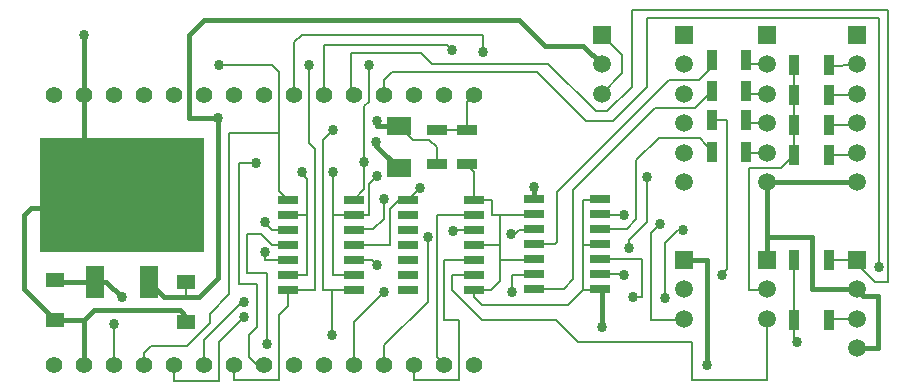
<source format=gbr>
G04 EAGLE Gerber RS-274X export*
G75*
%MOMM*%
%FSLAX34Y34*%
%LPD*%
%INBottom Copper*%
%IPPOS*%
%AMOC8*
5,1,8,0,0,1.08239X$1,22.5*%
G01*
%ADD10C,1.408000*%
%ADD11R,1.700000X0.900000*%
%ADD12R,0.900000X1.700000*%
%ADD13R,1.750000X0.650000*%
%ADD14R,6.300000X6.100000*%
%ADD15R,1.500000X2.800000*%
%ADD16R,13.970000X9.652000*%
%ADD17R,1.600000X1.200000*%
%ADD18C,1.508000*%
%ADD19R,1.508000X1.508000*%
%ADD20R,2.100000X1.500000*%
%ADD21C,0.203200*%
%ADD22C,0.856400*%
%ADD23C,0.406400*%


D10*
X69850Y25400D03*
X95250Y25400D03*
X120650Y25400D03*
X146050Y25400D03*
X171450Y25400D03*
X196850Y25400D03*
X222250Y25400D03*
X247650Y25400D03*
X273050Y25400D03*
X298450Y25400D03*
X323850Y25400D03*
X349250Y25400D03*
X374650Y25400D03*
X400050Y25400D03*
X425450Y25400D03*
X425450Y254000D03*
X400050Y254000D03*
X374650Y254000D03*
X349250Y254000D03*
X323850Y254000D03*
X298450Y254000D03*
X273050Y254000D03*
X247650Y254000D03*
X222250Y254000D03*
X196850Y254000D03*
X171450Y254000D03*
X146050Y254000D03*
X120650Y254000D03*
X95250Y254000D03*
X69850Y254000D03*
D11*
X393700Y224050D03*
X393700Y195050D03*
X419100Y195050D03*
X419100Y224050D03*
D12*
X725700Y203200D03*
X696700Y203200D03*
X725700Y228600D03*
X696700Y228600D03*
X725700Y254000D03*
X696700Y254000D03*
X725700Y279400D03*
X696700Y279400D03*
D13*
X323850Y165100D03*
X323850Y152400D03*
X323850Y139700D03*
X323850Y127000D03*
X323850Y114300D03*
X323850Y101600D03*
X323850Y88900D03*
X267850Y88900D03*
X267850Y101600D03*
X267850Y114300D03*
X267850Y127000D03*
X267850Y139700D03*
X267850Y152400D03*
X267850Y165100D03*
D14*
X127000Y158350D03*
D15*
X149800Y95350D03*
X104200Y95350D03*
D16*
X127000Y168910D03*
D17*
X181864Y61232D03*
X181864Y95232D03*
X70612Y63264D03*
X70612Y97264D03*
D18*
X749300Y179800D03*
X749300Y204800D03*
X749300Y229800D03*
X749300Y254800D03*
X749300Y279800D03*
D19*
X749300Y304800D03*
D18*
X673100Y179800D03*
X673100Y204800D03*
X673100Y229800D03*
X673100Y254800D03*
X673100Y279800D03*
D19*
X673100Y304800D03*
D18*
X603250Y64300D03*
X603250Y89300D03*
D19*
X603250Y114300D03*
D18*
X673100Y64300D03*
X673100Y89300D03*
D19*
X673100Y114300D03*
D18*
X749300Y39300D03*
X749300Y64300D03*
X749300Y89300D03*
D19*
X749300Y114300D03*
D18*
X533400Y254800D03*
X533400Y279800D03*
D19*
X533400Y304800D03*
D18*
X603250Y179800D03*
X603250Y204800D03*
X603250Y229800D03*
X603250Y254800D03*
X603250Y279800D03*
D19*
X603250Y304800D03*
D13*
X532250Y165600D03*
X532250Y152900D03*
X532250Y140200D03*
X532250Y127500D03*
X532250Y114800D03*
X532250Y102100D03*
X532250Y89400D03*
X476250Y89400D03*
X476250Y102100D03*
X476250Y114800D03*
X476250Y127500D03*
X476250Y140200D03*
X476250Y152900D03*
X476250Y165600D03*
D12*
X626850Y205232D03*
X655850Y205232D03*
X626850Y232156D03*
X655850Y232156D03*
X626850Y257048D03*
X655850Y257048D03*
X626850Y283464D03*
X655850Y283464D03*
D13*
X425450Y165100D03*
X425450Y152400D03*
X425450Y139700D03*
X425450Y127000D03*
X425450Y114300D03*
X425450Y101600D03*
X425450Y88900D03*
X369450Y88900D03*
X369450Y101600D03*
X369450Y114300D03*
X369450Y127000D03*
X369450Y139700D03*
X369450Y152400D03*
X369450Y165100D03*
D20*
X361950Y227550D03*
X361950Y191550D03*
D12*
X725700Y114300D03*
X696700Y114300D03*
X725700Y63500D03*
X696700Y63500D03*
D21*
X171450Y25400D02*
X171450Y11176D01*
X209550Y11176D01*
X209550Y44958D02*
X230632Y66040D01*
D22*
X230632Y66040D03*
X586740Y82042D03*
D21*
X586740Y128270D01*
X598170Y139700D01*
X602234Y139700D01*
D22*
X602234Y139700D03*
X552450Y152400D03*
D21*
X532750Y152400D01*
X532250Y152900D01*
X209550Y44958D02*
X209550Y11176D01*
X196850Y25400D02*
X196850Y46482D01*
X228600Y78232D02*
X230886Y78232D01*
X228600Y78232D02*
X196850Y46482D01*
D22*
X230886Y78232D03*
X560070Y83058D03*
D21*
X567690Y83058D02*
X567690Y114800D01*
X567690Y83058D02*
X560070Y83058D01*
X567690Y114800D02*
X532250Y114800D01*
X476250Y102100D02*
X475750Y101600D01*
X457200Y101600D01*
D22*
X457200Y86954D03*
X349250Y86954D03*
D21*
X323850Y61554D01*
X323850Y25400D01*
X457200Y86954D02*
X457200Y101600D01*
X475750Y139700D02*
X476250Y140200D01*
X475750Y139700D02*
X463550Y139700D01*
X459930Y136081D01*
X456352Y136081D01*
D22*
X456352Y136081D03*
X386420Y133350D03*
D21*
X386420Y78826D01*
X349250Y41656D01*
X349250Y25400D01*
X323850Y88900D02*
X304800Y88900D01*
X297434Y88900D01*
X297434Y215646D01*
X306070Y224282D01*
D22*
X306070Y224282D03*
D21*
X120650Y60198D02*
X120650Y25400D01*
D22*
X120650Y60198D03*
X304800Y50800D03*
D21*
X304800Y88900D01*
X267850Y165100D02*
X260350Y172600D01*
X260350Y221234D01*
X260350Y273050D01*
X254000Y279400D01*
X209550Y279400D01*
D22*
X209550Y279400D03*
D21*
X218186Y221234D02*
X218186Y85090D01*
X218186Y221234D02*
X260350Y221234D01*
X218186Y85090D02*
X201802Y68706D01*
X201802Y60324D01*
X182626Y41148D01*
X151638Y41148D01*
X146050Y35560D01*
X146050Y25400D01*
X222250Y25400D02*
X222250Y12700D01*
X260350Y12700D01*
X267850Y75184D02*
X267850Y88900D01*
X267850Y75184D02*
X260350Y67684D01*
X260350Y12700D01*
X267850Y88900D02*
X290830Y88900D01*
D22*
X285750Y279400D03*
D21*
X285750Y212852D01*
X290830Y207772D02*
X290830Y88900D01*
X290830Y207772D02*
X285750Y212852D01*
D22*
X241046Y196342D03*
X332486Y196850D03*
D21*
X332486Y173736D01*
X323850Y165100D01*
X332486Y196850D02*
X332486Y243976D01*
X336550Y248040D02*
X336550Y279400D01*
D22*
X336550Y279400D03*
D21*
X336550Y248040D02*
X332486Y243976D01*
X241300Y93472D02*
X226568Y93472D01*
X226568Y196342D01*
X241046Y196342D01*
X241300Y57150D02*
X234950Y50800D01*
X234950Y31750D01*
X241300Y25400D01*
X247650Y25400D01*
X241300Y57150D02*
X241300Y93472D01*
X696700Y254000D02*
X696700Y279400D01*
X696700Y254000D02*
X696700Y228600D01*
X696700Y203200D01*
D23*
X114200Y95350D02*
X104200Y95350D01*
X114200Y95350D02*
X127000Y82550D01*
D22*
X127000Y82550D03*
D21*
X685016Y191516D02*
X696700Y203200D01*
X657860Y191516D02*
X657860Y88900D01*
X672700Y88900D01*
X673100Y89300D01*
X685016Y191516D02*
X657860Y191516D01*
X72526Y95350D02*
X70612Y97264D01*
D23*
X72526Y95350D02*
X104200Y95350D01*
D22*
X476250Y175768D03*
D23*
X476250Y165600D01*
D22*
X379984Y175260D03*
D21*
X379610Y175260D01*
X369450Y165100D01*
X361610Y165100D01*
X353990Y157480D01*
X353990Y127000D01*
X323850Y127000D01*
D23*
X673100Y133350D02*
X673100Y179800D01*
X673100Y133350D02*
X673100Y114300D01*
X749102Y89498D02*
X749300Y89300D01*
X749102Y89498D02*
X711200Y89100D01*
X711200Y133350D01*
X673100Y133350D01*
X749300Y39300D02*
X767588Y39372D01*
X767588Y83312D01*
X755005Y83595D01*
X749300Y89300D01*
X749300Y179800D02*
X673100Y179800D01*
D22*
X95250Y304800D03*
D23*
X95250Y63264D02*
X95250Y25400D01*
X95250Y254000D02*
X95250Y304800D01*
D21*
X517398Y88900D02*
X531750Y88900D01*
X532250Y89400D01*
X531750Y165100D02*
X532250Y165600D01*
X531750Y165100D02*
X517398Y165100D01*
X517398Y127000D01*
X517398Y88900D01*
D22*
X622300Y25400D03*
D23*
X622300Y114300D01*
X603250Y114300D01*
D22*
X533400Y57150D03*
D23*
X533400Y88250D01*
D21*
X532250Y89400D01*
X533400Y254800D02*
X550672Y272072D01*
X550672Y287528D01*
X533400Y304800D01*
D23*
X95250Y63264D02*
X70612Y63264D01*
D21*
X425450Y88900D02*
X439928Y88900D01*
X447294Y96266D01*
X447294Y114300D01*
X447294Y127000D01*
X425450Y127000D01*
X447294Y127000D02*
X447294Y152400D01*
X440944Y152400D02*
X440944Y165100D01*
X425450Y165100D01*
X475750Y152400D02*
X476250Y152900D01*
X475750Y152400D02*
X447294Y152400D01*
X476250Y114800D02*
X475750Y114300D01*
X447294Y152400D02*
X440944Y152400D01*
X425450Y188700D02*
X419100Y195050D01*
X425450Y188700D02*
X425450Y165100D01*
X504698Y76200D02*
X517398Y88900D01*
X531750Y127000D02*
X532250Y127500D01*
X531750Y127000D02*
X517398Y127000D01*
X181864Y65786D02*
X181864Y61232D01*
D23*
X181864Y65786D02*
X176276Y71374D01*
X103360Y71374D01*
X95250Y63264D01*
X127000Y158350D02*
X95250Y190100D01*
X95250Y254000D01*
X127000Y158350D02*
X50400Y158350D01*
X44450Y152400D01*
X44450Y89426D01*
X70612Y63264D01*
D21*
X254000Y127000D02*
X267850Y127000D01*
X254000Y127000D02*
X244602Y136398D01*
X233426Y136398D01*
X233426Y102870D01*
X249682Y102870D01*
D22*
X249682Y43276D03*
D21*
X249682Y102870D01*
X447294Y114300D02*
X475750Y114300D01*
X431800Y76200D02*
X425450Y82550D01*
X425450Y88900D01*
X431800Y76200D02*
X504698Y76200D01*
X725700Y203200D02*
X747700Y203200D01*
X749300Y204800D01*
X338836Y114300D02*
X323850Y114300D01*
X338836Y114300D02*
X343408Y109728D01*
D22*
X343408Y109728D03*
D21*
X748275Y228775D02*
X749300Y229800D01*
X748275Y228775D02*
X744835Y228600D01*
X725700Y228600D01*
X267850Y139700D02*
X254000Y139700D01*
X247650Y146050D01*
X248580Y146050D01*
D22*
X248580Y146050D03*
D21*
X725700Y254000D02*
X748500Y254000D01*
X749300Y254800D01*
X267850Y114300D02*
X267342Y113792D01*
X248580Y113792D01*
X248580Y120650D01*
D22*
X248580Y120650D03*
D21*
X726597Y278503D02*
X748372Y278872D01*
X726597Y278503D02*
X725700Y279400D01*
X748372Y278872D02*
X749300Y279800D01*
X324156Y140006D02*
X323850Y139700D01*
X324156Y140006D02*
X339959Y140006D01*
X348742Y148790D01*
X348742Y165354D01*
D22*
X348742Y165354D03*
X208788Y233934D03*
X342900Y231902D03*
D23*
X342900Y228490D01*
X343292Y227550D02*
X361950Y227550D01*
D21*
X343292Y227550D02*
X342900Y228490D01*
X393700Y209550D02*
X393700Y195050D01*
X393700Y209550D02*
X387350Y215900D01*
X373600Y215900D02*
X361950Y227550D01*
X373600Y215900D02*
X387350Y215900D01*
D23*
X517652Y295548D02*
X533400Y279800D01*
X517652Y295548D02*
X485502Y295548D01*
X463550Y317500D02*
X196850Y317500D01*
X184150Y304800D01*
X184150Y233934D01*
X208788Y233934D01*
X463550Y317500D02*
X485502Y295548D01*
X180340Y82550D02*
X162600Y82550D01*
X180340Y82550D02*
X192714Y82550D01*
X208788Y98624D01*
X208788Y233934D01*
D21*
X181864Y95232D02*
X181864Y84074D01*
X180340Y82550D01*
D23*
X162600Y82550D02*
X149800Y95350D01*
D21*
X419100Y224050D02*
X419100Y247650D01*
X425450Y254000D01*
X419100Y224050D02*
X393700Y224050D01*
X725700Y63500D02*
X726500Y64300D01*
X749300Y64300D01*
X349250Y254000D02*
X349250Y266700D01*
X355600Y273050D01*
X478790Y273050D01*
X520192Y231648D01*
X542798Y231648D01*
X571500Y260350D01*
X571500Y319024D01*
X768350Y319024D01*
X768350Y107950D01*
D22*
X768350Y107950D03*
D21*
X749300Y114300D02*
X725700Y114300D01*
X321310Y256540D02*
X321310Y289220D01*
X321310Y256540D02*
X323850Y254000D01*
X321310Y289220D02*
X380832Y289220D01*
X389890Y280162D01*
X528574Y239776D02*
X538226Y239776D01*
X558800Y260350D02*
X558800Y325374D01*
X488188Y280162D02*
X389890Y280162D01*
X488188Y280162D02*
X528574Y239776D01*
X538226Y239776D02*
X558800Y260350D01*
X558800Y325374D02*
X776224Y325374D01*
X776224Y95250D01*
X764540Y95250D01*
X749300Y110490D01*
X749300Y114300D01*
X673100Y204800D02*
X655890Y204800D01*
X655850Y205232D01*
X656014Y229800D02*
X673100Y229800D01*
X656014Y229800D02*
X655850Y232156D01*
X655954Y254800D02*
X673100Y254800D01*
X655954Y254800D02*
X655850Y257048D01*
X655935Y279800D02*
X673100Y279800D01*
X655935Y279800D02*
X655850Y283464D01*
D22*
X406400Y292100D03*
D21*
X402844Y295656D01*
X298450Y295656D01*
X298450Y254000D01*
X273050Y254000D02*
X273050Y298450D01*
X279400Y304800D01*
X433324Y304800D01*
X433324Y290068D01*
D22*
X433324Y290068D03*
D21*
X616386Y217424D02*
X626850Y205232D01*
X554610Y140200D02*
X532250Y140200D01*
X554610Y140200D02*
X562778Y148369D01*
X562778Y198542D02*
X581660Y217424D01*
X562778Y198542D02*
X562778Y148369D01*
X581660Y217424D02*
X616386Y217424D01*
X639572Y232156D02*
X639572Y106172D01*
X635000Y101600D01*
X639572Y232156D02*
X626850Y232156D01*
X551950Y102100D02*
X532250Y102100D01*
X551950Y102100D02*
X552450Y101600D01*
D22*
X552450Y101600D03*
X635000Y101600D03*
D21*
X501150Y89400D02*
X476250Y89400D01*
X501150Y89400D02*
X509524Y97774D01*
X509524Y172974D01*
X612118Y242316D02*
X626850Y257048D01*
X612118Y242316D02*
X578866Y242316D01*
X509524Y172974D01*
X494276Y127500D02*
X476250Y127500D01*
X495808Y129032D02*
X495808Y171958D01*
X495808Y129032D02*
X494276Y127500D01*
X495808Y171958D02*
X590550Y266700D01*
X615950Y266700D01*
X626850Y277600D01*
X626850Y283464D01*
X323850Y152400D02*
X305816Y152400D01*
X305816Y101600D01*
X323850Y101600D01*
X284220Y101600D02*
X267850Y101600D01*
X284220Y101600D02*
X284220Y152400D01*
X267850Y152400D01*
X305816Y152400D02*
X305816Y188722D01*
D22*
X305816Y188722D03*
X279486Y188722D03*
D21*
X279486Y187198D01*
X284220Y182464D01*
X284220Y152400D01*
D22*
X556768Y124460D03*
D21*
X556768Y131064D02*
X571500Y145796D01*
X556768Y131064D02*
X556768Y124460D01*
X571500Y145796D02*
X571500Y184150D01*
D22*
X571500Y184150D03*
X342900Y185080D03*
D21*
X336550Y152400D02*
X323850Y152400D01*
X336550Y178730D02*
X342900Y185080D01*
X336550Y178730D02*
X336550Y152400D01*
X406400Y101600D02*
X425450Y101600D01*
X406400Y101600D02*
X406400Y88900D01*
X431800Y63500D01*
X494370Y63500D02*
X513420Y44450D01*
X609600Y44450D01*
X609600Y12700D01*
X673100Y12700D01*
X673100Y64300D01*
X494370Y63500D02*
X431800Y63500D01*
X425450Y139700D02*
X406400Y139700D01*
X407330Y138770D01*
D22*
X407330Y138770D03*
X583184Y144612D03*
D21*
X575396Y136824D02*
X575396Y63500D01*
X575396Y136824D02*
X583184Y144612D01*
X575396Y63500D02*
X602450Y63500D01*
X603250Y64300D01*
X393700Y31750D02*
X393700Y152400D01*
X393700Y31750D02*
X400050Y25400D01*
X393700Y152400D02*
X425450Y152400D01*
X374650Y25400D02*
X374650Y12700D01*
X412750Y12700D01*
X412750Y63500D01*
X400050Y63500D01*
X400050Y114300D01*
X425450Y114300D01*
D23*
X342646Y210854D02*
X342646Y214122D01*
X342646Y210854D02*
X361950Y191550D01*
D22*
X342646Y214122D03*
D21*
X696700Y114300D02*
X696700Y63500D01*
D22*
X698500Y44450D03*
D21*
X696700Y46250D01*
X696700Y63500D01*
M02*

</source>
